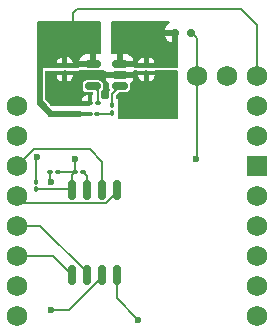
<source format=gbr>
%TF.GenerationSoftware,KiCad,Pcbnew,9.0.6*%
%TF.CreationDate,2025-11-18T16:50:12-05:00*%
%TF.ProjectId,Rev. 3,5265762e-2033-42e6-9b69-6361645f7063,rev?*%
%TF.SameCoordinates,Original*%
%TF.FileFunction,Copper,L1,Top*%
%TF.FilePolarity,Positive*%
%FSLAX46Y46*%
G04 Gerber Fmt 4.6, Leading zero omitted, Abs format (unit mm)*
G04 Created by KiCad (PCBNEW 9.0.6) date 2025-11-18 16:50:12*
%MOMM*%
%LPD*%
G01*
G04 APERTURE LIST*
G04 Aperture macros list*
%AMRoundRect*
0 Rectangle with rounded corners*
0 $1 Rounding radius*
0 $2 $3 $4 $5 $6 $7 $8 $9 X,Y pos of 4 corners*
0 Add a 4 corners polygon primitive as box body*
4,1,4,$2,$3,$4,$5,$6,$7,$8,$9,$2,$3,0*
0 Add four circle primitives for the rounded corners*
1,1,$1+$1,$2,$3*
1,1,$1+$1,$4,$5*
1,1,$1+$1,$6,$7*
1,1,$1+$1,$8,$9*
0 Add four rect primitives between the rounded corners*
20,1,$1+$1,$2,$3,$4,$5,0*
20,1,$1+$1,$4,$5,$6,$7,0*
20,1,$1+$1,$6,$7,$8,$9,0*
20,1,$1+$1,$8,$9,$2,$3,0*%
G04 Aperture macros list end*
%TA.AperFunction,SMDPad,CuDef*%
%ADD10RoundRect,0.100000X0.100000X-0.130000X0.100000X0.130000X-0.100000X0.130000X-0.100000X-0.130000X0*%
%TD*%
%TA.AperFunction,SMDPad,CuDef*%
%ADD11RoundRect,0.100000X-0.100000X0.130000X-0.100000X-0.130000X0.100000X-0.130000X0.100000X0.130000X0*%
%TD*%
%TA.AperFunction,SMDPad,CuDef*%
%ADD12RoundRect,0.150000X0.512500X0.150000X-0.512500X0.150000X-0.512500X-0.150000X0.512500X-0.150000X0*%
%TD*%
%TA.AperFunction,SMDPad,CuDef*%
%ADD13RoundRect,0.150000X0.150000X0.200000X-0.150000X0.200000X-0.150000X-0.200000X0.150000X-0.200000X0*%
%TD*%
%TA.AperFunction,ComponentPad*%
%ADD14C,1.727200*%
%TD*%
%TA.AperFunction,ComponentPad*%
%ADD15R,1.727200X1.727200*%
%TD*%
%TA.AperFunction,SMDPad,CuDef*%
%ADD16RoundRect,0.100000X-0.130000X-0.100000X0.130000X-0.100000X0.130000X0.100000X-0.130000X0.100000X0*%
%TD*%
%TA.AperFunction,SMDPad,CuDef*%
%ADD17RoundRect,0.100000X0.130000X0.100000X-0.130000X0.100000X-0.130000X-0.100000X0.130000X-0.100000X0*%
%TD*%
%TA.AperFunction,SMDPad,CuDef*%
%ADD18RoundRect,0.162500X0.162500X-0.650000X0.162500X0.650000X-0.162500X0.650000X-0.162500X-0.650000X0*%
%TD*%
%TA.AperFunction,ViaPad*%
%ADD19C,0.600000*%
%TD*%
%TA.AperFunction,Conductor*%
%ADD20C,0.200000*%
%TD*%
G04 APERTURE END LIST*
D10*
%TO.P,R2,1*%
%TO.N,Net-(D1-K)*%
X216967767Y-78542767D03*
%TO.P,R2,2*%
%TO.N,Net-(U1-STAT)*%
X216967767Y-77902767D03*
%TD*%
%TO.P,C4,1*%
%TO.N,VBAT*%
X210567767Y-85032767D03*
%TO.P,C4,2*%
%TO.N,GND*%
X210567767Y-84392767D03*
%TD*%
D11*
%TO.P,C2,1*%
%TO.N,DIODE*%
X219867767Y-74547767D03*
%TO.P,C2,2*%
%TO.N,GND*%
X219867767Y-75187767D03*
%TD*%
D12*
%TO.P,U1,1,STAT*%
%TO.N,Net-(U1-STAT)*%
X217605267Y-76317767D03*
%TO.P,U1,2,V_{SS}*%
%TO.N,GND*%
X217605267Y-75367767D03*
%TO.P,U1,3,V_{BAT}*%
%TO.N,DIODE*%
X217605267Y-74417767D03*
%TO.P,U1,4,V_{DD}*%
%TO.N,VIN*%
X215330267Y-74417767D03*
%TO.P,U1,5,PROG*%
%TO.N,Net-(U1-PROG)*%
X215330267Y-76317767D03*
%TD*%
D13*
%TO.P,D2,1,K*%
%TO.N,DIODE*%
X222267767Y-71767767D03*
%TO.P,D2,2,A*%
%TO.N,VBAT*%
X223667767Y-71767767D03*
%TD*%
D14*
%TO.P,U2,1,A0*%
%TO.N,10{slash}A0*%
X208894267Y-77971767D03*
%TO.P,U2,2,A1*%
%TO.N,11{slash}A1*%
X208894267Y-80511767D03*
%TO.P,U2,3,SCLK*%
%TO.N,9{slash}SCLK*%
X208894267Y-83051767D03*
%TO.P,U2,4,CIPO*%
%TO.N,7{slash}CIPO*%
X208894267Y-85591767D03*
%TO.P,U2,5,COPI*%
%TO.N,8{slash}COPI*%
X208894267Y-88131767D03*
%TO.P,U2,6,CS*%
%TO.N,6{slash}CS*%
X208894267Y-90671767D03*
%TO.P,U2,7,NC*%
%TO.N,unconnected-(U2-NC-Pad7)*%
X208894267Y-93211767D03*
%TO.P,U2,8,LPIO0*%
%TO.N,5{slash}LPIO0*%
X208894267Y-95751767D03*
%TO.P,U2,9,SDA1*%
%TO.N,4{slash}SDA1*%
X229214267Y-95751767D03*
%TO.P,U2,10,SCL1*%
%TO.N,3{slash}SCL1*%
X229214267Y-93211767D03*
%TO.P,U2,11,TX*%
%TO.N,2{slash}LPIO1{slash}TX*%
X229214267Y-90671767D03*
%TO.P,U2,12,RX*%
%TO.N,1{slash}LPIO2{slash}RX*%
X229214267Y-88131767D03*
%TO.P,U2,13,LPIO3*%
%TO.N,0{slash}LPIO3*%
X229214267Y-85591767D03*
D15*
%TO.P,U2,14,GND*%
%TO.N,GND*%
X229214267Y-83051767D03*
D14*
%TO.P,U2,15,VDDIO_EXT*%
%TO.N,VDDIO_EXT*%
X229214267Y-80511767D03*
%TO.P,U2,16,NC*%
%TO.N,unconnected-(U2-NC-Pad16)*%
X229214267Y-77971767D03*
%TO.P,U2,17,VIN*%
%TO.N,VIN*%
X229214267Y-75431767D03*
%TO.P,U2,18,NTC*%
%TO.N,unconnected-(U2-NTC-Pad18)*%
X226674267Y-75431767D03*
%TO.P,U2,19,VBAT*%
%TO.N,VBAT*%
X224134267Y-75431767D03*
%TD*%
D16*
%TO.P,R4,1*%
%TO.N,VBAT*%
X213847767Y-83567767D03*
%TO.P,R4,2*%
%TO.N,Net-(U3-~{HOLD}{slash}~{RESET}{slash}IO_{3})*%
X214487767Y-83567767D03*
%TD*%
D17*
%TO.P,R3,1*%
%TO.N,VBAT*%
X212387767Y-83567767D03*
%TO.P,R3,2*%
%TO.N,Net-(U3-~{WP}{slash}IO_{2})*%
X211747767Y-83567767D03*
%TD*%
D18*
%TO.P,U3,1,~{CS}*%
%TO.N,6{slash}CS*%
X213567767Y-92267767D03*
%TO.P,U3,2,DO/IO_{1}*%
%TO.N,8{slash}COPI*%
X214837767Y-92267767D03*
%TO.P,U3,3,~{WP}/IO_{2}*%
%TO.N,Net-(U3-~{WP}{slash}IO_{2})*%
X216107767Y-92267767D03*
%TO.P,U3,4,GND*%
%TO.N,GND*%
X217377767Y-92267767D03*
%TO.P,U3,5,DI/IO_{0}*%
%TO.N,7{slash}CIPO*%
X217377767Y-85092767D03*
%TO.P,U3,6,CLK*%
%TO.N,9{slash}SCLK*%
X216107767Y-85092767D03*
%TO.P,U3,7,~{HOLD}/~{RESET}/IO_{3}*%
%TO.N,Net-(U3-~{HOLD}{slash}~{RESET}{slash}IO_{3})*%
X214837767Y-85092767D03*
%TO.P,U3,8,VCC*%
%TO.N,VBAT*%
X213567767Y-85092767D03*
%TD*%
D17*
%TO.P,R1,1*%
%TO.N,Net-(U1-PROG)*%
X215742767Y-77767767D03*
%TO.P,R1,2*%
%TO.N,GND*%
X215102767Y-77767767D03*
%TD*%
%TO.P,D1,1,K*%
%TO.N,Net-(D1-K)*%
X215732767Y-78667767D03*
%TO.P,D1,2,A*%
%TO.N,VIN*%
X215092767Y-78667767D03*
%TD*%
D10*
%TO.P,C1,1*%
%TO.N,GND*%
X212967767Y-75187767D03*
%TO.P,C1,2*%
%TO.N,VIN*%
X212967767Y-74547767D03*
%TD*%
D19*
%TO.N,GND*%
X210581165Y-82267767D03*
X221300000Y-76900000D03*
X219167767Y-96067767D03*
%TO.N,VBAT*%
X213867767Y-82467767D03*
X224100000Y-82500000D03*
%TO.N,Net-(U3-~{WP}{slash}IO_{2})*%
X211767767Y-84432767D03*
X211767767Y-95267767D03*
%TO.N,DIODE*%
X219200000Y-71300000D03*
%TD*%
D20*
%TO.N,GND*%
X217377767Y-94277767D02*
X219167767Y-96067767D01*
X217377767Y-92267767D02*
X217377767Y-94277767D01*
X210567767Y-82281165D02*
X210581165Y-82267767D01*
X210567767Y-84392767D02*
X210567767Y-82281165D01*
%TO.N,Net-(U1-PROG)*%
X215742767Y-76730267D02*
X215330267Y-76317767D01*
X215742767Y-77767767D02*
X215742767Y-76730267D01*
%TO.N,VIN*%
X213700000Y-70200000D02*
X213700000Y-71500000D01*
X229214267Y-71114267D02*
X228200000Y-70100000D01*
X228200000Y-70100000D02*
X227900000Y-69800000D01*
X227900000Y-69800000D02*
X214000000Y-69800000D01*
X214000000Y-69800000D02*
X213700000Y-70100000D01*
X213700000Y-70100000D02*
X213700000Y-70200000D01*
X229214267Y-75431767D02*
X229214267Y-71114267D01*
%TO.N,VBAT*%
X213507767Y-85032767D02*
X213567767Y-85092767D01*
X224134267Y-75431767D02*
X224134267Y-72234267D01*
X213847767Y-83567767D02*
X212387767Y-83567767D01*
X213847767Y-83567767D02*
X213847767Y-82487767D01*
X213567767Y-85092767D02*
X213567767Y-84947767D01*
X224134267Y-72234267D02*
X223667767Y-71767767D01*
X224134267Y-75431767D02*
X224134267Y-82465733D01*
X224134267Y-82465733D02*
X224100000Y-82500000D01*
X213847767Y-82487767D02*
X213867767Y-82467767D01*
X213567767Y-83847767D02*
X213847767Y-83567767D01*
X213567767Y-85092767D02*
X213567767Y-83847767D01*
X210567767Y-85032767D02*
X213507767Y-85032767D01*
%TO.N,Net-(D1-K)*%
X215732767Y-78667767D02*
X216842767Y-78667767D01*
X216842767Y-78667767D02*
X216967767Y-78542767D01*
%TO.N,Net-(U1-STAT)*%
X216967767Y-76955267D02*
X217605267Y-76317767D01*
X216967767Y-77902767D02*
X216967767Y-76955267D01*
%TO.N,Net-(U3-~{WP}{slash}IO_{2})*%
X211767767Y-95267767D02*
X213310257Y-95267767D01*
X211747767Y-84412767D02*
X211767767Y-84432767D01*
X213310257Y-95267767D02*
X216107767Y-92470257D01*
X211747767Y-83767767D02*
X211747767Y-84412767D01*
X216107767Y-92470257D02*
X216107767Y-92267767D01*
%TO.N,Net-(U3-~{HOLD}{slash}~{RESET}{slash}IO_{3})*%
X214837767Y-83917767D02*
X214487767Y-83567767D01*
X214837767Y-85092767D02*
X214837767Y-83917767D01*
%TO.N,7{slash}CIPO*%
X217377767Y-85295257D02*
X217377767Y-85092767D01*
X209508767Y-86206267D02*
X216466757Y-86206267D01*
X216466757Y-86206267D02*
X217377767Y-85295257D01*
X217377767Y-84890277D02*
X217377767Y-85092767D01*
X208894267Y-85591767D02*
X209508767Y-86206267D01*
%TO.N,6{slash}CS*%
X211971767Y-90671767D02*
X213567767Y-92267767D01*
X208894267Y-90671767D02*
X211971767Y-90671767D01*
%TO.N,9{slash}SCLK*%
X215067767Y-81667767D02*
X216107767Y-82707767D01*
X208894267Y-83051767D02*
X210267767Y-81678267D01*
X210267767Y-81678267D02*
X210267767Y-81667767D01*
X216107767Y-82707767D02*
X216107767Y-85092767D01*
X210267767Y-81667767D02*
X215067767Y-81667767D01*
%TO.N,8{slash}COPI*%
X214837767Y-92065277D02*
X214837767Y-92267767D01*
X208894267Y-88131767D02*
X210904257Y-88131767D01*
X210904257Y-88131767D02*
X214837767Y-92065277D01*
%TD*%
%TA.AperFunction,Conductor*%
%TO.N,VIN*%
G36*
X215943039Y-70819685D02*
G01*
X215988794Y-70872489D01*
X216000000Y-70924000D01*
X216000000Y-73493767D01*
X215980315Y-73560806D01*
X215927511Y-73606561D01*
X215876000Y-73617767D01*
X215580267Y-73617767D01*
X215580267Y-74293767D01*
X215560582Y-74360806D01*
X215507778Y-74406561D01*
X215456267Y-74417767D01*
X215330267Y-74417767D01*
X215330267Y-74543767D01*
X215310582Y-74610806D01*
X215257778Y-74656561D01*
X215206267Y-74667767D01*
X214170472Y-74667767D01*
X214169913Y-74668371D01*
X214155989Y-74734650D01*
X214106937Y-74784406D01*
X214046736Y-74800000D01*
X213765719Y-74800000D01*
X213698680Y-74780315D01*
X213672492Y-74757760D01*
X213663728Y-74747767D01*
X212271807Y-74747767D01*
X212263043Y-74757760D01*
X212204041Y-74795183D01*
X212169816Y-74800000D01*
X211100000Y-74800000D01*
X211100000Y-77500000D01*
X211900000Y-78400000D01*
X214255141Y-78400000D01*
X214322180Y-78419685D01*
X214348369Y-78442241D01*
X214370755Y-78467767D01*
X214968767Y-78467767D01*
X214977452Y-78470317D01*
X214986414Y-78469029D01*
X215010454Y-78480007D01*
X215035806Y-78487452D01*
X215041733Y-78494292D01*
X215049970Y-78498054D01*
X215064259Y-78520288D01*
X215081561Y-78540256D01*
X215083848Y-78550770D01*
X215087744Y-78556832D01*
X215092767Y-78591767D01*
X215092767Y-78743767D01*
X215073082Y-78810806D01*
X215020278Y-78856561D01*
X214968767Y-78867767D01*
X214363755Y-78867767D01*
X214320530Y-78895183D01*
X214286305Y-78900000D01*
X211654854Y-78900000D01*
X211587815Y-78880315D01*
X211563101Y-78859411D01*
X210632247Y-77835471D01*
X210601717Y-77772625D01*
X210600000Y-77752060D01*
X210600000Y-74347767D01*
X212271805Y-74347767D01*
X212767767Y-74347767D01*
X213167767Y-74347767D01*
X213663726Y-74347767D01*
X213663727Y-74347765D01*
X213652324Y-74261139D01*
X213651672Y-74259565D01*
X213651671Y-74259562D01*
X213613648Y-74167765D01*
X214170471Y-74167765D01*
X214170472Y-74167767D01*
X215080267Y-74167767D01*
X215080267Y-73617767D01*
X214752117Y-73617767D01*
X214715277Y-73620666D01*
X214715271Y-73620667D01*
X214557573Y-73666483D01*
X214557570Y-73666484D01*
X214416214Y-73750081D01*
X214416205Y-73750088D01*
X214300088Y-73866205D01*
X214300081Y-73866214D01*
X214216485Y-74007568D01*
X214170666Y-74165280D01*
X214170471Y-74167765D01*
X213613648Y-74167765D01*
X213591867Y-74115180D01*
X213495691Y-73989842D01*
X213370353Y-73893666D01*
X213224398Y-73833211D01*
X213167767Y-73825754D01*
X213167767Y-74347767D01*
X212767767Y-74347767D01*
X212767767Y-73825754D01*
X212711135Y-73833211D01*
X212565180Y-73893666D01*
X212439842Y-73989842D01*
X212343666Y-74115180D01*
X212283212Y-74261132D01*
X212283211Y-74261136D01*
X212271805Y-74347767D01*
X210600000Y-74347767D01*
X210600000Y-70924000D01*
X210619685Y-70856961D01*
X210672489Y-70811206D01*
X210724000Y-70800000D01*
X215876000Y-70800000D01*
X215943039Y-70819685D01*
G37*
%TD.AperFunction*%
%TD*%
%TA.AperFunction,Conductor*%
%TO.N,GND*%
G36*
X216390949Y-74987452D02*
G01*
X216436704Y-75040256D01*
X216446648Y-75109414D01*
X216445891Y-75114052D01*
X216445666Y-75115279D01*
X216445471Y-75117766D01*
X216445472Y-75117767D01*
X218765062Y-75117767D01*
X218765062Y-75117766D01*
X218764867Y-75115279D01*
X218764643Y-75114052D01*
X218764716Y-75113357D01*
X218764370Y-75108959D01*
X218765185Y-75108894D01*
X218766750Y-75094039D01*
X218763886Y-75074120D01*
X218770333Y-75060000D01*
X218771959Y-75044567D01*
X218784550Y-75028871D01*
X218792911Y-75010564D01*
X218805968Y-75002172D01*
X218815680Y-74990067D01*
X218834759Y-74983670D01*
X218851689Y-74972790D01*
X218878861Y-74968883D01*
X218881925Y-74967856D01*
X218886624Y-74967767D01*
X219098083Y-74967767D01*
X219165122Y-74987452D01*
X219165488Y-74987767D01*
X220579288Y-74987767D01*
X220603223Y-74972585D01*
X220637451Y-74967767D01*
X222443767Y-74967767D01*
X222510806Y-74987452D01*
X222556561Y-75040256D01*
X222567767Y-75091767D01*
X222567767Y-78943767D01*
X222548082Y-79010806D01*
X222495278Y-79056561D01*
X222443767Y-79067767D01*
X217591767Y-79067767D01*
X217524728Y-79048082D01*
X217478973Y-78995278D01*
X217467767Y-78943767D01*
X217467767Y-77367767D01*
X217392267Y-77367767D01*
X217383581Y-77365216D01*
X217374620Y-77366505D01*
X217350579Y-77355526D01*
X217325228Y-77348082D01*
X217319300Y-77341241D01*
X217311064Y-77337480D01*
X217296774Y-77315245D01*
X217279473Y-77295278D01*
X217277185Y-77284763D01*
X217273290Y-77278702D01*
X217268267Y-77243767D01*
X217268267Y-77131100D01*
X217287952Y-77064061D01*
X217304586Y-77043419D01*
X217493419Y-76854586D01*
X217554742Y-76821101D01*
X217581100Y-76818267D01*
X218151028Y-76818267D01*
X218178185Y-76814310D01*
X218219160Y-76808340D01*
X218324250Y-76756965D01*
X218406965Y-76674250D01*
X218458340Y-76569160D01*
X218468267Y-76501027D01*
X218468267Y-76135799D01*
X218487952Y-76068760D01*
X218516277Y-76037812D01*
X218519328Y-76035445D01*
X218635445Y-75919328D01*
X218635452Y-75919319D01*
X218719048Y-75777965D01*
X218764867Y-75620253D01*
X218765062Y-75617768D01*
X218765062Y-75617767D01*
X216445472Y-75617767D01*
X216445471Y-75617768D01*
X216445666Y-75620253D01*
X216491485Y-75777965D01*
X216575081Y-75919319D01*
X216575088Y-75919328D01*
X216691206Y-76035446D01*
X216694264Y-76037818D01*
X216696047Y-76040287D01*
X216696727Y-76040967D01*
X216696617Y-76041076D01*
X216735173Y-76094459D01*
X216742267Y-76135800D01*
X216742267Y-76501027D01*
X216752193Y-76569159D01*
X216752193Y-76569160D01*
X216771332Y-76608310D01*
X216783090Y-76677184D01*
X216755746Y-76741480D01*
X216747614Y-76750449D01*
X216727305Y-76770758D01*
X216727302Y-76770762D01*
X216687749Y-76839271D01*
X216687746Y-76839276D01*
X216667267Y-76915706D01*
X216667267Y-77243767D01*
X216647582Y-77310806D01*
X216594778Y-77356561D01*
X216543267Y-77367767D01*
X216167267Y-77367767D01*
X216100228Y-77348082D01*
X216054473Y-77295278D01*
X216043267Y-77243767D01*
X216043267Y-76814310D01*
X216062952Y-76747271D01*
X216079581Y-76726633D01*
X216131965Y-76674250D01*
X216183340Y-76569160D01*
X216193267Y-76501027D01*
X216193267Y-76134507D01*
X216183340Y-76066374D01*
X216131965Y-75961284D01*
X216131963Y-75961282D01*
X216131963Y-75961281D01*
X216049252Y-75878570D01*
X215944158Y-75827193D01*
X215876028Y-75817267D01*
X215876027Y-75817267D01*
X214784507Y-75817267D01*
X214784506Y-75817267D01*
X214716375Y-75827193D01*
X214611281Y-75878570D01*
X214528570Y-75961281D01*
X214477193Y-76066375D01*
X214467267Y-76134506D01*
X214467267Y-76501027D01*
X214477193Y-76569158D01*
X214528570Y-76674252D01*
X214611281Y-76756963D01*
X214611282Y-76756963D01*
X214611284Y-76756965D01*
X214716374Y-76808340D01*
X214750440Y-76813303D01*
X214784506Y-76818267D01*
X214784507Y-76818267D01*
X215262412Y-76818267D01*
X215329451Y-76837952D01*
X215375206Y-76890756D01*
X215385150Y-76959914D01*
X215356125Y-77023470D01*
X215344170Y-77035496D01*
X215302767Y-77071805D01*
X215302767Y-77643767D01*
X215283082Y-77710806D01*
X215230278Y-77756561D01*
X215178767Y-77767767D01*
X215102767Y-77767767D01*
X215102767Y-77843767D01*
X215083082Y-77910806D01*
X215030278Y-77956561D01*
X214978767Y-77967767D01*
X211846428Y-77967767D01*
X211779389Y-77948082D01*
X211753749Y-77926148D01*
X211435188Y-77567767D01*
X214380754Y-77567767D01*
X214902767Y-77567767D01*
X214902767Y-77071805D01*
X214816136Y-77083211D01*
X214816132Y-77083212D01*
X214670180Y-77143666D01*
X214544842Y-77239842D01*
X214448666Y-77365180D01*
X214388211Y-77511135D01*
X214380754Y-77567767D01*
X211435188Y-77567767D01*
X211336821Y-77457104D01*
X211306995Y-77393920D01*
X211305500Y-77374723D01*
X211305500Y-75387768D01*
X212271806Y-75387768D01*
X212283209Y-75474394D01*
X212283211Y-75474400D01*
X212343666Y-75620352D01*
X212439842Y-75745691D01*
X212565181Y-75841867D01*
X212711133Y-75902322D01*
X212711139Y-75902324D01*
X212767765Y-75909778D01*
X212767767Y-75909777D01*
X213167767Y-75909777D01*
X213167768Y-75909778D01*
X213224394Y-75902324D01*
X213224400Y-75902322D01*
X213370352Y-75841867D01*
X213495691Y-75745691D01*
X213591867Y-75620353D01*
X213652321Y-75474401D01*
X213652322Y-75474397D01*
X213663728Y-75387768D01*
X219171806Y-75387768D01*
X219183209Y-75474394D01*
X219183211Y-75474400D01*
X219243666Y-75620352D01*
X219339842Y-75745691D01*
X219465181Y-75841867D01*
X219611133Y-75902322D01*
X219611139Y-75902324D01*
X219667765Y-75909778D01*
X219667767Y-75909777D01*
X220067767Y-75909777D01*
X220067768Y-75909778D01*
X220124394Y-75902324D01*
X220124400Y-75902322D01*
X220270352Y-75841867D01*
X220395691Y-75745691D01*
X220491867Y-75620353D01*
X220552321Y-75474401D01*
X220552322Y-75474397D01*
X220563728Y-75387767D01*
X220067767Y-75387767D01*
X220067767Y-75909777D01*
X219667767Y-75909777D01*
X219667767Y-75387767D01*
X219171808Y-75387767D01*
X219171806Y-75387768D01*
X213663728Y-75387768D01*
X213663728Y-75387767D01*
X213167767Y-75387767D01*
X213167767Y-75909777D01*
X212767767Y-75909777D01*
X212767767Y-75387767D01*
X212271808Y-75387767D01*
X212271806Y-75387768D01*
X211305500Y-75387768D01*
X211305500Y-75129500D01*
X211325185Y-75062461D01*
X211377989Y-75016706D01*
X211429500Y-75005500D01*
X212169803Y-75005500D01*
X212169816Y-75005500D01*
X212198457Y-75003494D01*
X212232682Y-74998677D01*
X212232686Y-74998675D01*
X212232689Y-74998675D01*
X212241607Y-74995394D01*
X212284423Y-74987767D01*
X213657953Y-74987767D01*
X213692887Y-74992789D01*
X213707821Y-74997175D01*
X213765719Y-75005500D01*
X213765723Y-75005500D01*
X214046731Y-75005500D01*
X214046736Y-75005500D01*
X214098266Y-74998934D01*
X214158467Y-74983340D01*
X214176190Y-74977886D01*
X214176191Y-74977884D01*
X214184189Y-74975424D01*
X214184593Y-74976738D01*
X214225356Y-74967767D01*
X216323910Y-74967767D01*
X216390949Y-74987452D01*
G37*
%TD.AperFunction*%
%TD*%
%TA.AperFunction,Conductor*%
%TO.N,DIODE*%
G36*
X221807354Y-70787452D02*
G01*
X221853109Y-70840256D01*
X221863053Y-70909414D01*
X221834028Y-70972970D01*
X221803436Y-70998499D01*
X221716214Y-71050081D01*
X221716205Y-71050088D01*
X221600088Y-71166205D01*
X221600081Y-71166214D01*
X221516484Y-71307570D01*
X221516483Y-71307573D01*
X221470667Y-71465271D01*
X221470666Y-71465277D01*
X221467767Y-71502117D01*
X221467767Y-71517767D01*
X222143767Y-71517767D01*
X222210806Y-71537452D01*
X222256561Y-71590256D01*
X222267767Y-71641767D01*
X222267767Y-71767767D01*
X222393767Y-71767767D01*
X222460806Y-71787452D01*
X222506561Y-71840256D01*
X222517767Y-71891767D01*
X222517767Y-72615062D01*
X222527938Y-72624464D01*
X222563805Y-72684425D01*
X222567767Y-72715520D01*
X222567767Y-74638267D01*
X222548082Y-74705306D01*
X222495278Y-74751061D01*
X222443767Y-74762267D01*
X220637438Y-74762267D01*
X220637037Y-74762281D01*
X220636982Y-74762267D01*
X220635283Y-74762267D01*
X220635283Y-74761831D01*
X220580353Y-74747767D01*
X219152599Y-74747767D01*
X219137802Y-74757274D01*
X219137345Y-74757323D01*
X219137103Y-74757477D01*
X219102867Y-74762293D01*
X219098259Y-74762292D01*
X219098083Y-74762267D01*
X218891752Y-74762267D01*
X218857367Y-74752166D01*
X218824728Y-74742582D01*
X218824723Y-74742576D01*
X218824715Y-74742574D01*
X218794412Y-74707595D01*
X218778973Y-74689778D01*
X218778971Y-74689771D01*
X218778966Y-74689765D01*
X218778945Y-74689622D01*
X218777451Y-74681169D01*
X218765062Y-74667767D01*
X217729267Y-74667767D01*
X217720581Y-74665216D01*
X217711620Y-74666505D01*
X217687579Y-74655526D01*
X217662228Y-74648082D01*
X217656300Y-74641241D01*
X217648064Y-74637480D01*
X217633774Y-74615245D01*
X217616473Y-74595278D01*
X217614185Y-74584763D01*
X217610290Y-74578702D01*
X217605267Y-74543767D01*
X217605267Y-74417767D01*
X217479267Y-74417767D01*
X217412228Y-74398082D01*
X217368630Y-74347767D01*
X219171805Y-74347767D01*
X219667767Y-74347767D01*
X220067767Y-74347767D01*
X220563726Y-74347767D01*
X220563727Y-74347765D01*
X220552324Y-74261139D01*
X220552322Y-74261133D01*
X220491867Y-74115181D01*
X220395691Y-73989842D01*
X220270353Y-73893666D01*
X220124398Y-73833211D01*
X220067767Y-73825754D01*
X220067767Y-74347767D01*
X219667767Y-74347767D01*
X219667767Y-73825754D01*
X219611135Y-73833211D01*
X219465180Y-73893666D01*
X219339842Y-73989842D01*
X219243666Y-74115180D01*
X219183212Y-74261132D01*
X219183211Y-74261136D01*
X219171805Y-74347767D01*
X217368630Y-74347767D01*
X217366473Y-74345278D01*
X217355267Y-74293767D01*
X217355267Y-74167767D01*
X217855267Y-74167767D01*
X218765062Y-74167767D01*
X218765062Y-74167765D01*
X218764867Y-74165280D01*
X218719048Y-74007568D01*
X218635452Y-73866214D01*
X218635445Y-73866205D01*
X218519328Y-73750088D01*
X218519319Y-73750081D01*
X218377963Y-73666484D01*
X218377960Y-73666483D01*
X218220262Y-73620667D01*
X218220256Y-73620666D01*
X218183416Y-73617767D01*
X217855267Y-73617767D01*
X217855267Y-74167767D01*
X217355267Y-74167767D01*
X217355267Y-73617767D01*
X217041767Y-73617767D01*
X216974728Y-73598082D01*
X216928973Y-73545278D01*
X216917767Y-73493767D01*
X216917767Y-72033416D01*
X221467767Y-72033416D01*
X221470666Y-72070256D01*
X221470667Y-72070262D01*
X221516483Y-72227960D01*
X221516484Y-72227963D01*
X221600081Y-72369319D01*
X221600088Y-72369328D01*
X221716205Y-72485445D01*
X221716214Y-72485452D01*
X221857568Y-72569048D01*
X222015281Y-72614867D01*
X222015278Y-72614867D01*
X222017765Y-72615062D01*
X222017767Y-72615062D01*
X222017767Y-72017767D01*
X221467767Y-72017767D01*
X221467767Y-72033416D01*
X216917767Y-72033416D01*
X216917767Y-70891767D01*
X216937452Y-70824728D01*
X216990256Y-70778973D01*
X217041767Y-70767767D01*
X221740315Y-70767767D01*
X221807354Y-70787452D01*
G37*
%TD.AperFunction*%
%TD*%
M02*

</source>
